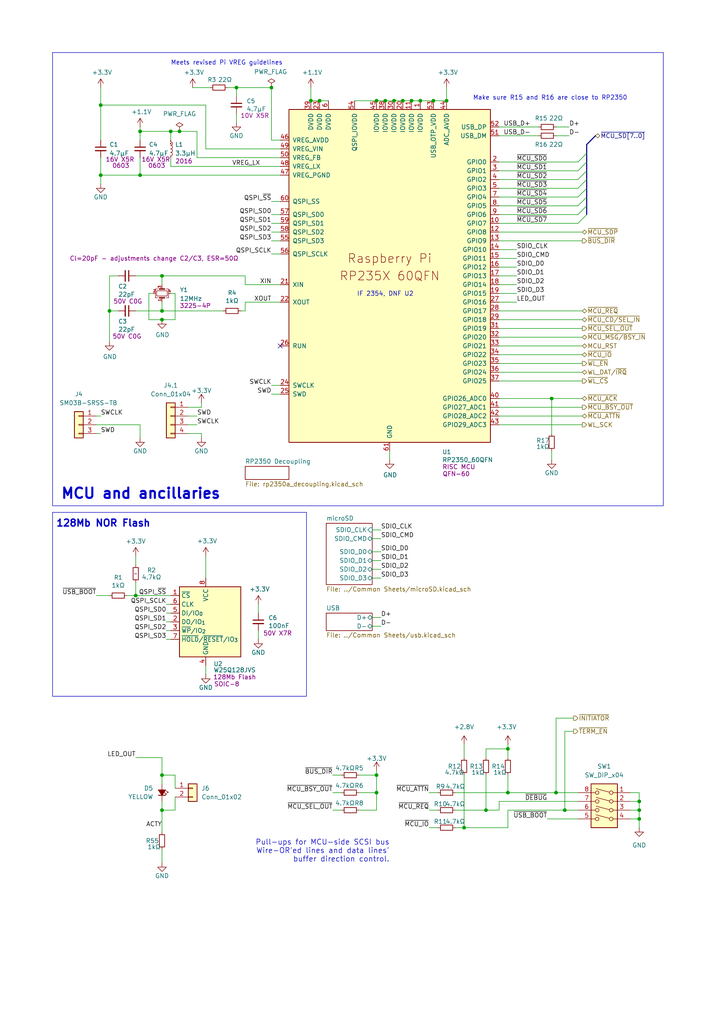
<source format=kicad_sch>
(kicad_sch (version 20250114) (generator "eeschema") (generator_version "9.0")
  (paper "A4" portrait)
  (title_block (title "GBSCSI2 Common Platform Core - RP235xA, Narrow") (date "2026-02-01") (rev "2.0") (comment 1 "Drawn by George R. M."))
  (lib_symbols
    (symbol "Connector_Generic:Conn_01x02" (pin_names (offset 1.016) (hide yes))
      (property "Reference" "J" (at 0 2.54 0))
      (property "Value" "Conn_01x02" (at 0 -5.08 0))
      (symbol "Conn_01x02_1_1"
        (pin passive line (at -5.08 0 0) (length 3.81) (name "Pin_1") (number "1"))
        (pin passive line (at -5.08 -2.54 0) (length 3.81) (name "Pin_2") (number "2"))
      )
    )
    (symbol "Connector_Generic:Conn_01x03" (pin_names (offset 1.016) (hide yes))
      (property "Reference" "J" (at 0 5.08 0))
      (property "Value" "Conn_01x03" (at 0 -5.08 0))
      (symbol "Conn_01x03_1_1"
        (pin passive line (at -5.08 2.54 0) (length 3.81) (name "Pin_1") (number "1"))
        (pin passive line (at -5.08 0 0) (length 3.81) (name "Pin_2") (number "2"))
        (pin passive line (at -5.08 -2.54 0) (length 3.81) (name "Pin_3") (number "3"))
      )
    )
    (symbol "Connector_Generic:Conn_01x04" (pin_names (offset 1.016) (hide yes))
      (property "Reference" "J" (at 0 5.08 0))
      (property "Value" "Conn_01x04" (at 0 -7.62 0))
      (symbol "Conn_01x04_1_1"
        (pin passive line (at -5.08 2.54 0) (length 3.81) (name "Pin_1") (number "1"))
        (pin passive line (at -5.08 0 0) (length 3.81) (name "Pin_2") (number "2"))
        (pin passive line (at -5.08 -2.54 0) (length 3.81) (name "Pin_3") (number "3"))
        (pin passive line (at -5.08 -5.08 0) (length 3.81) (name "Pin_4") (number "4"))
      )
    )
    (symbol "Device:C_Small" (pin_numbers (hide yes)) (pin_names (offset 0.254) (hide yes))
      (property "Reference" "C" (at 0.254 1.778 0))
      (property "Value" "C_Small" (at 0.254 -2.032 0))
      (symbol "C_Small_1_1"
        (pin passive line (at 0 2.54 270) (length 2.032) (name "~") (number "1"))
        (pin passive line (at 0 -2.54 90) (length 2.032) (name "~") (number "2"))
      )
    )
    (symbol "Device:Crystal_GND24_Small" (pin_names (offset 1.016) (hide yes))
      (property "Reference" "Y" (at 1.27 4.445 0))
      (property "Value" "Crystal_GND24_Small" (at 1.27 2.54 0))
      (symbol "Crystal_GND24_Small_1_1"
        (pin passive line (at -2.54 0 0) (length 1.27) (name "1") (number "1"))
        (pin passive line (at 0 2.54 270) (length 0.635) (name "4") (number "4"))
        (pin passive line (at 0 -2.54 90) (length 0.635) (name "2") (number "2"))
        (pin passive line (at 2.54 0 180) (length 1.27) (name "3") (number "3"))
      )
    )
    (symbol "Device:LED_Small_Filled" (pin_numbers (hide yes)) (pin_names (offset 0.254) (hide yes))
      (property "Reference" "D" (at -1.27 3.175 0))
      (property "Value" "LED_Small_Filled" (at -4.445 -2.54 0))
      (symbol "LED_Small_Filled_1_1"
        (pin passive line (at -2.54 0 0) (length 1.778) (name "K") (number "1"))
        (pin passive line (at 2.54 0 180) (length 1.778) (name "A") (number "2"))
      )
    )
    (symbol "Device:R_Small" (pin_numbers (hide yes)) (pin_names (offset 0.254) (hide yes))
      (property "Reference" "R" (at 0 0 90))
      (property "Value" "R_Small" (at 1.778 0 90))
      (symbol "R_Small_1_1"
        (pin passive line (at 0 2.54 270) (length 0.762) (name "~") (number "1"))
        (pin passive line (at 0 -2.54 90) (length 0.762) (name "~") (number "2"))
      )
    )
    (symbol "GBSCSI:L_Small_Polarized" (pin_numbers (hide yes)) (pin_names (offset 0.254) (hide yes))
      (property "Reference" "L" (at 1.27 1.2701 0))
      (symbol "L_Small_Polarized_1_1"
        (pin passive line (at 0 2.54 270) (length 0.508) (name "~") (number "1"))
        (pin passive line (at 0 -2.54 90) (length 0.508) (name "~") (number "2"))
      )
    )
    (symbol "GBSCSI:RP2350_60QFN" (pin_names (offset 1.016))
      (property "Reference" "U" (at 15.24 -51.054 0))
      (property "Value" "RP2350_60QFN" (at 15.24 -53.34 0))
      (property "Comment" "RISC MCU" (at 20.066 -55.372 0))
      (property "Case/Package" "QFN-60" (at 19.304 -57.404 0))
      (symbol "RP2350_60QFN_0_0"
        (text "Raspberry Pi" (at 0 5.08 0) (effects (font (size 2.54 2.54))))
      )
      (symbol "RP2350_60QFN_1_1"
        (text "RP235X 60QFN" (at 0 0 0) (effects (font (size 2.54 2.54))))
        (pin power_in line (at -31.75 39.37 0) (length 2.54) (name "VREG_AVDD") (number "46"))
        (pin power_in line (at -31.75 36.83 0) (length 2.54) (name "VREG_VIN") (number "49"))
        (pin input line (at -31.75 34.29 0) (length 2.54) (name "VREG_FB") (number "50"))
        (pin power_out line (at -31.75 31.75 0) (length 2.54) (name "VREG_LX") (number "48"))
        (pin power_in line (at -31.75 29.21 0) (length 2.54) (name "VREG_PGND") (number "47"))
        (pin bidirectional line (at -31.75 21.59 0) (length 2.54) (name "QSPI_SS") (number "60"))
        (pin bidirectional line (at -31.75 17.78 0) (length 2.54) (name "QSPI_SD0") (number "57"))
        (pin bidirectional line (at -31.75 15.24 0) (length 2.54) (name "QSPI_SD1") (number "59"))
        (pin bidirectional line (at -31.75 12.7 0) (length 2.54) (name "QSPI_SD2") (number "58"))
        (pin bidirectional line (at -31.75 10.16 0) (length 2.54) (name "QSPI_SD3") (number "55"))
        (pin output line (at -31.75 6.35 0) (length 2.54) (name "QSPI_SCLK") (number "56"))
        (pin input line (at -31.75 -2.54 0) (length 2.54) (name "XIN") (number "21"))
        (pin passive line (at -31.75 -7.62 0) (length 2.54) (name "XOUT") (number "22"))
        (pin input line (at -31.75 -20.32 0) (length 2.54) (name "RUN") (number "26"))
        (pin output line (at -31.75 -31.75 0) (length 2.54) (name "SWCLK") (number "24"))
        (pin bidirectional line (at -31.75 -34.29 0) (length 2.54) (name "SWD") (number "25"))
        (pin power_in line (at -22.86 50.8 270) (length 2.54) (name "DVDD") (number "39"))
        (pin power_in line (at -20.32 50.8 270) (length 2.54) (name "DVDD") (number "23"))
        (pin power_in line (at -17.78 50.8 270) (length 2.54) (name "DVDD") (number "6"))
        (pin power_in line (at -10.16 50.8 270) (length 2.54) (name "QSPI_IOVDD") (number "54"))
        (pin power_in line (at -3.81 50.8 270) (length 2.54) (name "IOVDD") (number "45"))
        (pin power_in line (at -1.27 50.8 270) (length 2.54) (name "IOVDD") (number "38"))
        (pin power_in line (at 0 -50.8 90) (length 2.54) (name "GND") (number "61"))
        (pin power_in line (at 1.27 50.8 270) (length 2.54) (name "IOVDD") (number "30"))
        (pin power_in line (at 3.81 50.8 270) (length 2.54) (name "IOVDD") (number "20"))
        (pin power_in line (at 6.35 50.8 270) (length 2.54) (name "IOVDD") (number "11"))
        (pin power_in line (at 8.89 50.8 270) (length 2.54) (name "IOVDD") (number "1"))
        (pin power_in line (at 12.7 50.8 270) (length 2.54) (name "USB_OTP_VDD") (number "53"))
        (pin power_in line (at 16.51 50.8 270) (length 2.54) (name "ADC_AVDD") (number "44"))
        (pin bidirectional line (at 31.75 43.18 180) (length 2.54) (name "USB_DP") (number "52"))
        (pin bidirectional line (at 31.75 40.64 180) (length 2.54) (name "USB_DM") (number "51"))
        (pin bidirectional line (at 31.75 33.02 180) (length 2.54) (name "GPIO0") (number "2"))
        (pin bidirectional line (at 31.75 30.48 180) (length 2.54) (name "GPIO1") (number "3"))
        (pin bidirectional line (at 31.75 27.94 180) (length 2.54) (name "GPIO2") (number "4"))
        (pin bidirectional line (at 31.75 25.4 180) (length 2.54) (name "GPIO3") (number "5"))
        (pin bidirectional line (at 31.75 22.86 180) (length 2.54) (name "GPIO4") (number "7"))
        (pin bidirectional line (at 31.75 20.32 180) (length 2.54) (name "GPIO5") (number "8"))
        (pin bidirectional line (at 31.75 17.78 180) (length 2.54) (name "GPIO6") (number "9"))
        (pin bidirectional line (at 31.75 15.24 180) (length 2.54) (name "GPIO7") (number "10"))
        (pin bidirectional line (at 31.75 12.7 180) (length 2.54) (name "GPIO8") (number "12"))
        (pin bidirectional line (at 31.75 10.16 180) (length 2.54) (name "GPIO9") (number "13"))
        (pin bidirectional line (at 31.75 7.62 180) (length 2.54) (name "GPIO10") (number "14"))
        (pin bidirectional line (at 31.75 5.08 180) (length 2.54) (name "GPIO11") (number "15"))
        (pin bidirectional line (at 31.75 2.54 180) (length 2.54) (name "GPIO12") (number "16"))
        (pin bidirectional line (at 31.75 0 180) (length 2.54) (name "GPIO13") (number "17"))
        (pin bidirectional line (at 31.75 -2.54 180) (length 2.54) (name "GPIO14") (number "18"))
        (pin bidirectional line (at 31.75 -5.08 180) (length 2.54) (name "GPIO15") (number "19"))
        (pin bidirectional line (at 31.75 -7.62 180) (length 2.54) (name "GPIO16") (number "27"))
        (pin bidirectional line (at 31.75 -10.16 180) (length 2.54) (name "GPIO17") (number "28"))
        (pin bidirectional line (at 31.75 -12.7 180) (length 2.54) (name "GPIO18") (number "29"))
        (pin bidirectional line (at 31.75 -15.24 180) (length 2.54) (name "GPIO19") (number "31"))
        (pin bidirectional line (at 31.75 -17.78 180) (length 2.54) (name "GPIO20") (number "32"))
        (pin bidirectional line (at 31.75 -20.32 180) (length 2.54) (name "GPIO21") (number "33"))
        (pin bidirectional line (at 31.75 -22.86 180) (length 2.54) (name "GPIO22") (number "34"))
        (pin bidirectional line (at 31.75 -25.4 180) (length 2.54) (name "GPIO23") (number "35"))
        (pin bidirectional line (at 31.75 -27.94 180) (length 2.54) (name "GPIO24") (number "36"))
        (pin bidirectional line (at 31.75 -30.48 180) (length 2.54) (name "GPIO25") (number "37"))
        (pin bidirectional line (at 31.75 -35.56 180) (length 2.54) (name "GPIO26_ADC0") (number "40"))
        (pin bidirectional line (at 31.75 -38.1 180) (length 2.54) (name "GPIO27_ADC1") (number "41"))
        (pin bidirectional line (at 31.75 -40.64 180) (length 2.54) (name "GPIO28_ADC2") (number "42"))
        (pin bidirectional line (at 31.75 -43.18 180) (length 2.54) (name "GPIO29_ADC3") (number "43"))
      )
    )
    (symbol "Memory_Flash:W25Q128JVS"
      (property "Reference" "U" (at -6.35 11.43 0))
      (property "Value" "W25Q128JVS" (at 7.62 11.43 0))
      (symbol "W25Q128JVS_1_1"
        (pin input line (at -10.16 7.62 0) (length 2.54) (name "~{CS}") (number "1"))
        (pin input line (at -10.16 5.08 0) (length 2.54) (name "CLK") (number "6"))
        (pin bidirectional line (at -10.16 2.54 0) (length 2.54) (name "DI/IO_{0}") (number "5"))
        (pin bidirectional line (at -10.16 0 0) (length 2.54) (name "DO/IO_{1}") (number "2"))
        (pin bidirectional line (at -10.16 -2.54 0) (length 2.54) (name "~{WP}/IO_{2}") (number "3"))
        (pin bidirectional line (at -10.16 -5.08 0) (length 2.54) (name "~{HOLD}/~{RESET}/IO_{3}") (number "7"))
        (pin power_in line (at 0 12.7 270) (length 2.54) (name "VCC") (number "8"))
        (pin power_in line (at 0 -12.7 90) (length 2.54) (name "GND") (number "4"))
      )
    )
    (symbol "Switch:SW_DIP_x04" (pin_names (offset 0) (hide yes))
      (property "Reference" "SW" (at 0 8.89 0))
      (property "Value" "SW_DIP_x04" (at 0 -6.35 0))
      (symbol "SW_DIP_x04_1_1"
        (pin passive line (at -7.62 5.08 0) (length 5.08) (name "~") (number "1"))
        (pin passive line (at -7.62 2.54 0) (length 5.08) (name "~") (number "2"))
        (pin passive line (at -7.62 0 0) (length 5.08) (name "~") (number "3"))
        (pin passive line (at -7.62 -2.54 0) (length 5.08) (name "~") (number "4"))
        (pin passive line (at 7.62 5.08 180) (length 5.08) (name "~") (number "8"))
        (pin passive line (at 7.62 2.54 180) (length 5.08) (name "~") (number "7"))
        (pin passive line (at 7.62 0 180) (length 5.08) (name "~") (number "6"))
        (pin passive line (at 7.62 -2.54 180) (length 5.08) (name "~") (number "5"))
      )
    )
    (symbol "power:+1V1" (power) (pin_names (offset 0))
      (property "Value" "+1V1" (at 0 3.556 0))
      (symbol "+1V1_1_1"
        (pin power_in line (at 0 0 90) (length 0) (hide yes) (name "+1V1") (number "1"))
      )
    )
    (symbol "power:+2V8" (power) (pin_names (offset 0))
      (property "Value" "+2V8" (at 0 3.556 0))
      (symbol "+2V8_1_1"
        (pin power_in line (at 0 0 90) (length 0) (hide yes) (name "+2V8") (number "1"))
      )
    )
    (symbol "power:+3.3V" (power) (pin_numbers (hide yes)) (pin_names (offset 0) (hide yes))
      (property "Value" "+3.3V" (at 0 3.556 0))
      (symbol "+3.3V_1_1"
        (pin power_in line (at 0 0 90) (length 0) (name "~") (number "1"))
      )
    )
    (symbol "power:+3V3" (power) (pin_names (offset 0))
      (property "Value" "+3V3" (at 0 3.556 0))
      (symbol "+3V3_1_1"
        (pin power_in line (at 0 0 90) (length 0) (hide yes) (name "+3V3") (number "1"))
      )
    )
    (symbol "power:GND" (power) (pin_numbers (hide yes)) (pin_names (offset 0) (hide yes))
      (property "Value" "GND" (at 0 -3.81 0))
      (symbol "GND_1_1"
        (pin power_in line (at 0 0 270) (length 0) (name "~") (number "1"))
      )
    )
    (symbol "power:PWR_FLAG" (power) (pin_numbers (hide yes)) (pin_names (offset 0) (hide yes))
      (property "Value" "PWR_FLAG" (at 0 3.81 0))
      (symbol "PWR_FLAG_0_0"
        (pin power_out line (at 0 0 90) (length 0) (name "~") (number "1"))
      )
    )
  )
  (rectangle (start 15.24 15.24) (end 192.405 146.685))
  (rectangle (start 15.24 148.59) (end 88.9 201.93))
  (text "128Mb NOR Flash" (at 29.972 151.892 0) (effects (font (size 2 2) (thickness 0.4) (bold yes))))
  (text "Pull-ups for MCU-side SCSI bus\nWire-OR'ed lines and data lines'\nbuffer direction control." (at 113.03 250.19 0) (effects (font (size 1.524 1.524)) (justify right bottom)))
  (text "IF 2354, DNF U2" (at 111.76 85.344 0) (effects (font (size 1.27 1.27))))
  (text "MCU and ancillaries" (at 17.526 145.034 0) (effects (font (size 3 3) (thickness 0.6) (bold yes)) (justify left bottom)))
  (text "Make sure R15 and R16 are close to RP2350" (at 137.16 29.21 0) (effects (font (size 1.27 1.27)) (justify left bottom)))
  (text "Meets revised Pi VREG guidelines" (at 49.53 19.05 0) (effects (font (size 1.27 1.27)) (justify left bottom)))
  (junction (at 134.62 240.03))
  (junction (at 46.99 90.17))
  (junction (at 52.07 38.1))
  (junction (at 125.73 29.21))
  (junction (at 92.71 29.21))
  (junction (at 111.76 29.21))
  (junction (at 163.83 234.95))
  (junction (at 29.21 50.8))
  (junction (at 46.99 92.71))
  (junction (at 49.53 38.1))
  (junction (at 46.99 224.79))
  (junction (at 185.42 234.95))
  (junction (at 160.02 115.57))
  (junction (at 46.99 234.95))
  (junction (at 129.54 29.21))
  (junction (at 78.74 25.4))
  (junction (at 185.42 237.49))
  (junction (at 39.37 172.72))
  (junction (at 116.84 29.21))
  (junction (at 119.38 29.21))
  (junction (at 147.32 229.87))
  (junction (at 90.17 29.21))
  (junction (at 46.99 80.01))
  (junction (at 109.22 224.79))
  (junction (at 114.3 29.21))
  (junction (at 40.64 38.1))
  (junction (at 40.64 50.8))
  (junction (at 161.29 229.87))
  (junction (at 147.32 217.17))
  (junction (at 121.92 29.21))
  (junction (at 109.22 29.21))
  (junction (at 29.21 30.48))
  (junction (at 68.58 25.4))
  (junction (at 109.22 229.87))
  (junction (at 31.75 90.17))
  (junction (at 140.97 234.95))
  (junction (at 185.42 232.41))
  (no_connect (at 81.28 100.33))
  (bus_entry (at 167.64 54.61) (size 2.54 -2.54))
  (bus_entry (at 167.64 49.53) (size 2.54 -2.54))
  (bus_entry (at 167.64 52.07) (size 2.54 -2.54))
  (bus_entry (at 167.64 64.77) (size 2.54 -2.54))
  (bus_entry (at 167.64 57.15) (size 2.54 -2.54))
  (bus_entry (at 167.64 59.69) (size 2.54 -2.54))
  (bus_entry (at 167.64 46.99) (size 2.54 -2.54))
  (bus_entry (at 167.64 62.23) (size 2.54 -2.54))
  (wire (pts (xy 147.32 229.87) (xy 161.29 229.87)))
  (wire (pts (xy 168.91 90.17) (xy 144.78 90.17)))
  (wire (pts (xy 90.17 25.4) (xy 90.17 29.21)))
  (wire (pts (xy 57.15 45.72) (xy 57.15 38.1)))
  (wire (pts (xy 144.78 49.53) (xy 167.64 49.53)))
  (wire (pts (xy 149.86 87.63) (xy 144.78 87.63)))
  (wire (pts (xy 147.32 217.17) (xy 140.97 217.17)))
  (wire (pts (xy 81.28 58.42) (xy 78.74 58.42)))
  (wire (pts (xy 144.78 54.61) (xy 167.64 54.61)))
  (wire (pts (xy 54.61 120.65) (xy 57.15 120.65)))
  (wire (pts (xy 140.97 234.95) (xy 144.78 234.95)))
  (wire (pts (xy 163.83 212.09) (xy 163.83 234.95)))
  (wire (pts (xy 168.91 67.31) (xy 144.78 67.31)))
  (wire (pts (xy 74.93 177.8) (xy 74.93 175.26)))
  (wire (pts (xy 36.83 172.72) (xy 39.37 172.72)))
  (wire (pts (xy 78.74 25.4) (xy 78.74 40.64)))
  (wire (pts (xy 144.78 46.99) (xy 167.64 46.99)))
  (wire (pts (xy 71.12 82.55) (xy 81.28 82.55)))
  (wire (pts (xy 110.49 162.56) (xy 107.95 162.56)))
  (wire (pts (xy 185.42 232.41) (xy 182.88 232.41)))
  (wire (pts (xy 168.91 102.87) (xy 144.78 102.87)))
  (wire (pts (xy 163.83 234.95) (xy 167.64 234.95)))
  (wire (pts (xy 46.99 246.38) (xy 46.99 250.19)))
  (wire (pts (xy 149.86 74.93) (xy 144.78 74.93)))
  (wire (pts (xy 104.14 234.95) (xy 109.22 234.95)))
  (bus (pts (xy 170.18 46.99) (xy 170.18 44.45)))
  (wire (pts (xy 140.97 224.79) (xy 140.97 234.95)))
  (wire (pts (xy 110.49 165.1) (xy 107.95 165.1)))
  (wire (pts (xy 54.61 125.73) (xy 58.42 125.73)))
  (wire (pts (xy 147.32 234.95) (xy 163.83 234.95)))
  (bus (pts (xy 170.18 41.91) (xy 172.72 39.37)))
  (wire (pts (xy 68.58 33.02) (xy 68.58 35.56)))
  (wire (pts (xy 58.42 125.73) (xy 58.42 127)))
  (wire (pts (xy 125.73 29.21) (xy 129.54 29.21)))
  (wire (pts (xy 134.62 224.79) (xy 134.62 240.03)))
  (wire (pts (xy 110.49 153.67) (xy 107.95 153.67)))
  (wire (pts (xy 144.78 36.83) (xy 156.21 36.83)))
  (wire (pts (xy 50.8 224.79) (xy 46.99 224.79)))
  (wire (pts (xy 147.32 229.87) (xy 132.08 229.87)))
  (wire (pts (xy 69.85 90.17) (xy 71.12 90.17)))
  (wire (pts (xy 39.37 219.71) (xy 46.99 219.71)))
  (wire (pts (xy 29.21 125.73) (xy 27.94 125.73)))
  (wire (pts (xy 49.53 45.72) (xy 49.53 48.26)))
  (wire (pts (xy 59.69 30.48) (xy 59.69 43.18)))
  (wire (pts (xy 40.64 38.1) (xy 49.53 38.1)))
  (wire (pts (xy 147.32 224.79) (xy 147.32 229.87)))
  (wire (pts (xy 144.78 57.15) (xy 167.64 57.15)))
  (wire (pts (xy 29.21 30.48) (xy 29.21 40.64)))
  (wire (pts (xy 40.64 50.8) (xy 81.28 50.8)))
  (wire (pts (xy 96.52 234.95) (xy 99.06 234.95)))
  (wire (pts (xy 49.53 48.26) (xy 81.28 48.26)))
  (wire (pts (xy 71.12 80.01) (xy 71.12 82.55)))
  (wire (pts (xy 66.04 25.4) (xy 68.58 25.4)))
  (wire (pts (xy 50.8 234.95) (xy 46.99 234.95)))
  (wire (pts (xy 50.8 234.95) (xy 50.8 231.14)))
  (wire (pts (xy 149.86 77.47) (xy 144.78 77.47)))
  (wire (pts (xy 27.94 172.72) (xy 31.75 172.72)))
  (wire (pts (xy 185.42 234.95) (xy 185.42 237.49)))
  (wire (pts (xy 110.49 160.02) (xy 107.95 160.02)))
  (wire (pts (xy 34.29 90.17) (xy 31.75 90.17)))
  (wire (pts (xy 144.78 59.69) (xy 167.64 59.69)))
  (wire (pts (xy 68.58 25.4) (xy 68.58 27.94)))
  (wire (pts (xy 114.3 29.21) (xy 116.84 29.21)))
  (wire (pts (xy 149.86 80.01) (xy 144.78 80.01)))
  (wire (pts (xy 161.29 39.37) (xy 165.1 39.37)))
  (bus (pts (xy 170.18 59.69) (xy 170.18 57.15)))
  (wire (pts (xy 39.37 161.29) (xy 39.37 163.83)))
  (wire (pts (xy 110.49 179.07) (xy 107.95 179.07)))
  (wire (pts (xy 168.91 92.71) (xy 144.78 92.71)))
  (wire (pts (xy 168.91 97.79) (xy 144.78 97.79)))
  (wire (pts (xy 109.22 29.21) (xy 111.76 29.21)))
  (wire (pts (xy 144.78 64.77) (xy 167.64 64.77)))
  (wire (pts (xy 48.26 175.26) (xy 49.53 175.26)))
  (wire (pts (xy 46.99 87.63) (xy 46.99 90.17)))
  (wire (pts (xy 111.76 29.21) (xy 114.3 29.21)))
  (wire (pts (xy 46.99 234.95) (xy 46.99 241.3)))
  (wire (pts (xy 124.46 234.95) (xy 127 234.95)))
  (wire (pts (xy 119.38 29.21) (xy 121.92 29.21)))
  (bus (pts (xy 170.18 52.07) (xy 170.18 49.53)))
  (wire (pts (xy 43.18 85.09) (xy 44.45 85.09)))
  (wire (pts (xy 140.97 234.95) (xy 132.08 234.95)))
  (wire (pts (xy 39.37 80.01) (xy 46.99 80.01)))
  (wire (pts (xy 46.99 92.71) (xy 43.18 92.71)))
  (wire (pts (xy 168.91 123.19) (xy 144.78 123.19)))
  (wire (pts (xy 71.12 87.63) (xy 71.12 90.17)))
  (wire (pts (xy 46.99 219.71) (xy 46.99 224.79)))
  (wire (pts (xy 160.02 115.57) (xy 168.91 115.57)))
  (wire (pts (xy 185.42 237.49) (xy 185.42 240.03)))
  (wire (pts (xy 161.29 208.28) (xy 161.29 229.87)))
  (wire (pts (xy 81.28 111.76) (xy 78.74 111.76)))
  (wire (pts (xy 46.99 232.41) (xy 46.99 234.95)))
  (wire (pts (xy 49.53 177.8) (xy 48.26 177.8)))
  (wire (pts (xy 78.74 69.85) (xy 81.28 69.85)))
  (wire (pts (xy 134.62 240.03) (xy 147.32 240.03)))
  (wire (pts (xy 104.14 224.79) (xy 109.22 224.79)))
  (wire (pts (xy 50.8 228.6) (xy 50.8 224.79)))
  (wire (pts (xy 59.69 43.18) (xy 81.28 43.18)))
  (wire (pts (xy 185.42 229.87) (xy 185.42 232.41)))
  (wire (pts (xy 50.8 85.09) (xy 50.8 92.71)))
  (wire (pts (xy 99.06 224.79) (xy 96.52 224.79)))
  (wire (pts (xy 147.32 217.17) (xy 147.32 219.71)))
  (wire (pts (xy 109.22 234.95) (xy 109.22 229.87)))
  (wire (pts (xy 39.37 172.72) (xy 49.53 172.72)))
  (wire (pts (xy 49.53 38.1) (xy 49.53 40.64)))
  (wire (pts (xy 132.08 240.03) (xy 134.62 240.03)))
  (wire (pts (xy 182.88 229.87) (xy 185.42 229.87)))
  (wire (pts (xy 113.03 130.81) (xy 113.03 133.35)))
  (wire (pts (xy 50.8 92.71) (xy 46.99 92.71)))
  (wire (pts (xy 29.21 50.8) (xy 29.21 53.34)))
  (wire (pts (xy 54.61 123.19) (xy 57.15 123.19)))
  (wire (pts (xy 78.74 64.77) (xy 81.28 64.77)))
  (wire (pts (xy 29.21 120.65) (xy 27.94 120.65)))
  (wire (pts (xy 34.29 80.01) (xy 31.75 80.01)))
  (wire (pts (xy 127 240.03) (xy 124.46 240.03)))
  (wire (pts (xy 124.46 229.87) (xy 127 229.87)))
  (wire (pts (xy 134.62 215.9) (xy 134.62 219.71)))
  (wire (pts (xy 52.07 38.1) (xy 57.15 38.1)))
  (wire (pts (xy 39.37 90.17) (xy 46.99 90.17)))
  (wire (pts (xy 31.75 90.17) (xy 31.75 99.06)))
  (wire (pts (xy 68.58 25.4) (xy 78.74 25.4)))
  (wire (pts (xy 43.18 92.71) (xy 43.18 85.09)))
  (wire (pts (xy 99.06 229.87) (xy 96.52 229.87)))
  (bus (pts (xy 170.18 62.23) (xy 170.18 59.69)))
  (wire (pts (xy 46.99 224.79) (xy 46.99 227.33)))
  (wire (pts (xy 144.78 232.41) (xy 144.78 234.95)))
  (bus (pts (xy 170.18 57.15) (xy 170.18 54.61)))
  (wire (pts (xy 110.49 156.21) (xy 107.95 156.21)))
  (wire (pts (xy 49.53 185.42) (xy 48.26 185.42)))
  (wire (pts (xy 144.78 52.07) (xy 167.64 52.07)))
  (wire (pts (xy 104.14 229.87) (xy 109.22 229.87)))
  (wire (pts (xy 185.42 232.41) (xy 185.42 234.95)))
  (wire (pts (xy 121.92 29.21) (xy 125.73 29.21)))
  (wire (pts (xy 147.32 240.03) (xy 147.32 234.95)))
  (wire (pts (xy 160.02 125.73) (xy 160.02 115.57)))
  (wire (pts (xy 144.78 62.23) (xy 167.64 62.23)))
  (wire (pts (xy 59.69 161.29) (xy 59.69 167.64)))
  (wire (pts (xy 49.53 85.09) (xy 50.8 85.09)))
  (wire (pts (xy 144.78 232.41) (xy 167.64 232.41)))
  (wire (pts (xy 185.42 234.95) (xy 182.88 234.95)))
  (wire (pts (xy 29.21 25.4) (xy 29.21 30.48)))
  (wire (pts (xy 81.28 45.72) (xy 57.15 45.72)))
  (wire (pts (xy 110.49 181.61) (xy 107.95 181.61)))
  (wire (pts (xy 168.91 95.25) (xy 144.78 95.25)))
  (wire (pts (xy 49.53 180.34) (xy 48.26 180.34)))
  (wire (pts (xy 168.91 100.33) (xy 144.78 100.33)))
  (wire (pts (xy 46.99 80.01) (xy 71.12 80.01)))
  (wire (pts (xy 29.21 50.8) (xy 40.64 50.8)))
  (wire (pts (xy 40.64 123.19) (xy 40.64 127)))
  (wire (pts (xy 129.54 25.4) (xy 129.54 29.21)))
  (wire (pts (xy 140.97 219.71) (xy 140.97 217.17)))
  (wire (pts (xy 46.99 80.01) (xy 46.99 82.55)))
  (wire (pts (xy 102.87 29.21) (xy 109.22 29.21)))
  (wire (pts (xy 185.42 237.49) (xy 182.88 237.49)))
  (wire (pts (xy 149.86 85.09) (xy 144.78 85.09)))
  (wire (pts (xy 78.74 40.64) (xy 81.28 40.64)))
  (wire (pts (xy 168.91 110.49) (xy 144.78 110.49)))
  (wire (pts (xy 74.93 182.88) (xy 74.93 185.42)))
  (wire (pts (xy 54.61 118.11) (xy 58.42 118.11)))
  (wire (pts (xy 163.83 212.09) (xy 166.37 212.09)))
  (wire (pts (xy 29.21 30.48) (xy 59.69 30.48)))
  (wire (pts (xy 59.69 195.58) (xy 59.69 193.04)))
  (wire (pts (xy 161.29 36.83) (xy 165.1 36.83)))
  (wire (pts (xy 168.91 69.85) (xy 144.78 69.85)))
  (wire (pts (xy 144.78 39.37) (xy 156.21 39.37)))
  (wire (pts (xy 168.91 107.95) (xy 144.78 107.95)))
  (wire (pts (xy 109.22 224.79) (xy 109.22 223.52)))
  (wire (pts (xy 29.21 45.72) (xy 29.21 50.8)))
  (wire (pts (xy 168.91 105.41) (xy 144.78 105.41)))
  (wire (pts (xy 78.74 67.31) (xy 81.28 67.31)))
  (wire (pts (xy 55.88 25.4) (xy 60.96 25.4)))
  (bus (pts (xy 170.18 44.45) (xy 170.18 41.91)))
  (wire (pts (xy 71.12 87.63) (xy 81.28 87.63)))
  (wire (pts (xy 46.99 90.17) (xy 64.77 90.17)))
  (wire (pts (xy 161.29 208.28) (xy 166.37 208.28)))
  (wire (pts (xy 149.86 82.55) (xy 144.78 82.55)))
  (wire (pts (xy 109.22 229.87) (xy 109.22 224.79)))
  (wire (pts (xy 31.75 80.01) (xy 31.75 90.17)))
  (wire (pts (xy 149.86 72.39) (xy 144.78 72.39)))
  (wire (pts (xy 40.64 45.72) (xy 40.64 50.8)))
  (bus (pts (xy 170.18 49.53) (xy 170.18 46.99)))
  (wire (pts (xy 167.64 237.49) (xy 158.75 237.49)))
  (wire (pts (xy 40.64 36.83) (xy 40.64 38.1)))
  (wire (pts (xy 147.32 215.9) (xy 147.32 217.17)))
  (wire (pts (xy 144.78 115.57) (xy 160.02 115.57)))
  (wire (pts (xy 168.91 118.11) (xy 144.78 118.11)))
  (wire (pts (xy 27.94 123.19) (xy 40.64 123.19)))
  (wire (pts (xy 110.49 167.64) (xy 107.95 167.64)))
  (wire (pts (xy 81.28 73.66) (xy 78.74 73.66)))
  (wire (pts (xy 90.17 29.21) (xy 92.71 29.21)))
  (wire (pts (xy 161.29 229.87) (xy 167.64 229.87)))
  (wire (pts (xy 116.84 29.21) (xy 119.38 29.21)))
  (wire (pts (xy 92.71 29.21) (xy 95.25 29.21)))
  (wire (pts (xy 39.37 168.91) (xy 39.37 172.72)))
  (wire (pts (xy 49.53 182.88) (xy 48.26 182.88)))
  (wire (pts (xy 81.28 114.3) (xy 78.74 114.3)))
  (wire (pts (xy 160.02 130.81) (xy 160.02 133.35)))
  (wire (pts (xy 40.64 38.1) (xy 40.64 40.64)))
  (wire (pts (xy 78.74 62.23) (xy 81.28 62.23)))
  (wire (pts (xy 168.91 120.65) (xy 144.78 120.65)))
  (bus (pts (xy 170.18 54.61) (xy 170.18 52.07)))
  (wire (pts (xy 49.53 38.1) (xy 52.07 38.1)))
  (wire (pts (xy 58.42 118.11) (xy 58.42 116.84)))
  (label "ACTY" (at 46.99 240.03 180))
  (label "QSPI_SCLK" (at 48.26 175.26 180))
  (label "LED_OUT" (at 149.86 87.63 0))
  (label "SDIO_D2" (at 110.49 165.1 0))
  (label "SWD" (at 78.74 114.3 180))
  (label "SDIO_CMD" (at 149.86 74.93 0))
  (label "QSPI_SD1" (at 48.26 180.34 180))
  (label "~{USB_BOOT}" (at 27.94 172.72 180))
  (label "SDIO_D0" (at 110.49 160.02 0))
  (label "~{MCU_SD2}" (at 158.75 52.07 180))
  (label "~{DEBUG}" (at 158.75 232.41 180))
  (label "XIN" (at 78.74 82.55 180))
  (label "~{MCU_SD7}" (at 158.75 64.77 180))
  (label "~{MCU_SD0}" (at 158.75 46.99 180))
  (label "SDIO_CLK" (at 149.86 72.39 0))
  (label "~{MCU_IO}" (at 124.46 240.03 180))
  (label "~{MCU_SEL_OUT}" (at 96.52 234.95 180))
  (label "SWCLK" (at 29.21 120.65 0))
  (label "SDIO_D3" (at 149.86 85.09 0))
  (label "QSPI_SCLK" (at 78.74 73.66 180))
  (label "D+" (at 110.49 179.07 0))
  (label "QSPI_SD1" (at 78.74 64.77 180))
  (label "D-" (at 110.49 181.61 0))
  (label "QSPI_SD3" (at 78.74 69.85 180))
  (label "SDIO_D1" (at 110.49 162.56 0))
  (label "~{MCU_SD1}" (at 158.75 49.53 180))
  (label "SDIO_D3" (at 110.49 167.64 0))
  (label "QSPI_~{SS}" (at 78.74 58.42 180))
  (label "VREG_LX" (at 67.31 48.26 0))
  (label "QSPI_SD2" (at 78.74 67.31 180))
  (label "QSPI_SD0" (at 78.74 62.23 180))
  (label "~{MCU_SD3}" (at 158.75 54.61 180))
  (label "~{USB_BOOT}" (at 158.75 237.49 180))
  (label "SWCLK" (at 57.15 123.19 0))
  (label "~{MCU_SD6}" (at 158.75 62.23 180))
  (label "~{MCU_REQ}" (at 124.46 234.95 180))
  (label "SWD" (at 29.21 125.73 0))
  (label "QSPI_SD2" (at 48.26 182.88 180))
  (label "D+" (at 165.1 36.83 0))
  (label "SDIO_CLK" (at 110.49 153.67 0))
  (label "QSPI_SD3" (at 48.26 185.42 180))
  (label "XOUT" (at 78.74 87.63 180))
  (label "~{MCU_SD5}" (at 158.75 59.69 180))
  (label "SDIO_CMD" (at 110.49 156.21 0))
  (label "~{BUS_DIR}" (at 96.52 224.79 180))
  (label "LED_OUT" (at 39.37 219.71 180))
  (label "USB_D-" (at 146.05 39.37 0))
  (label "D-" (at 165.1 39.37 0))
  (label "~{MCU_SD4}" (at 158.75 57.15 180))
  (label "USB_D+" (at 146.05 36.83 0))
  (label "SWCLK" (at 78.74 111.76 180))
  (label "SDIO_D1" (at 149.86 80.01 0))
  (label "QSPI_~{SS}" (at 48.26 172.72 180))
  (label "SDIO_D2" (at 149.86 82.55 0))
  (label "QSPI_SD0" (at 48.26 177.8 180))
  (label "~{MCU_ATTN}" (at 124.46 229.87 180))
  (label "~{MCU_BSY_OUT}" (at 96.52 229.87 180))
  (label "SDIO_D0" (at 149.86 77.47 0))
  (label "SWD" (at 57.15 120.65 0))
  (hierarchical_label "~{MCU_ATTN}" (shape bidirectional) (at 168.91 120.65 0))
  (hierarchical_label "~{MCU_REQ}" (shape bidirectional) (at 168.91 90.17 0))
  (hierarchical_label "~{MCU_ACK}" (shape bidirectional) (at 168.91 115.57 0))
  (hierarchical_label "~{BUS_DIR}" (shape output) (at 168.91 69.85 0))
  (hierarchical_label "~{MCU_MSG{slash}BSY_IN}" (shape bidirectional) (at 168.91 97.79 0))
  (hierarchical_label "~{WL_EN}" (shape output) (at 168.91 105.41 0))
  (hierarchical_label "~{MCU_IO}" (shape bidirectional) (at 168.91 102.87 0))
  (hierarchical_label "WL_SCK" (shape output) (at 168.91 123.19 0))
  (hierarchical_label "WL_DAT{slash}~{IRQ}" (shape bidirectional) (at 168.91 107.95 0))
  (hierarchical_label "~{MCU_SDP}" (shape bidirectional) (at 168.91 67.31 0))
  (hierarchical_label "~{TERM_EN}" (shape output) (at 166.37 212.09 0))
  (hierarchical_label "MCU_RST" (shape bidirectional) (at 168.91 100.33 0))
  (hierarchical_label "~{MCU_CD{slash}SEL_IN}" (shape bidirectional) (at 168.91 92.71 0))
  (hierarchical_label "~{MCU_SD[7..0]}" (shape bidirectional) (at 172.72 39.37 0))
  (hierarchical_label "~{MCU_BSY_OUT}" (shape output) (at 168.91 118.11 0))
  (hierarchical_label "~{INITIATOR}" (shape output) (at 166.37 208.28 0))
  (hierarchical_label "~{MCU_SEL_OUT}" (shape output) (at 168.91 95.25 0))
  (hierarchical_label "~{WL_CS}" (shape output) (at 168.91 110.49 0))
  (symbol (lib_id "Device:LED_Small_Filled") (at 46.99 229.87 270) (mirror x) (unit 1)
    (property "Reference" "D5" (at 44.45 228.6 90) (effects (justify right)))
    (property "Value" "YELLOW" (at 44.45 231.0765 90) (effects (justify right)))
    (property "Footprint" "LED_SMD:LED_0603_1608Metric" (effects (hide yes)))
    (property "LCSC" "C72038" (effects (hide yes)))
    (property "Sim.Pins" "1=K 2=A" (effects (hide yes)))
  )
  (symbol (lib_id "power:GND") (at 59.69 195.58 0) (unit 1)
    (property "Reference" "#PWR012" (effects (hide yes)))
    (property "Value" "GND" (at 59.69 199.39 0))
  )
  (symbol (lib_id "Device:R_Small") (at 67.31 90.17 270) (unit 1)
    (property "Reference" "R4" (at 67.31 84.9122 90) (effects (font (size 1.2 1.2))))
    (property "Value" "1kΩ" (at 67.31 87.2236 90))
    (property "Footprint" "Resistor_SMD:R_0402_1005Metric" (effects (hide yes)))
    (property "LCSC" "C11702" (effects (hide yes)))
    (property "Preferred MPN" "0402WGF1001TCE" (effects (hide yes)))
    (property "Alternate Part Number" "RC0402FR-0710KL" (effects (hide yes)))
    (property "Case/Package" "0402" (effects (hide yes)))
    (property "Dimensions" "1.0x0.5mm" (effects (hide yes)))
  )
  (symbol (lib_id "Device:C_Small") (at 40.64 43.18 0) (unit 1)
    (property "Reference" "C4" (at 43.18 41.9162 0) (effects (font (size 1.2 1.2)) (justify left)))
    (property "Value" "4.7μF" (at 43.18 44.4562 0) (effects (justify left)))
    (property "Footprint" "Capacitor_SMD:C_0603_1608Metric" (effects (hide yes)))
    (property "LCSC" "C19666" (effects (hide yes)))
    (property "Preferred MPN" "CL10A475KO8NNNC" (effects (hide yes)))
    (property "Alternate Part Number" "CL10A475KA8NQNC" (effects (hide yes)))
    (property "Nominal Preferred Characteristics" "16V X5R" (at 45.212 46.228 0))
    (property "Case/Package" "0603" (at 45.466 48.006 0))
    (property "Dimensions" "1.6x0.8mm" (effects (hide yes)))
  )
  (symbol (lib_id "Device:R_Small") (at 129.54 234.95 270) (mirror x) (unit 1)
    (property "Reference" "R10" (at 127.762 233.172 90))
    (property "Value" "4.7kΩ" (at 132.08 233.172 90))
    (property "Footprint" "Resistor_SMD:R_0603_1608Metric" (effects (hide yes)))
    (property "LCSC" "C23162" (effects (hide yes)))
    (property "LCSC Part #" "C23162" (effects (hide yes)))
  )
  (symbol (lib_id "Connector_Generic:Conn_01x03") (at 22.86 123.19 0) (mirror y) (unit 1)
    (property "Reference" "J4" (at 22.86 114.3 0) (effects (font (size 1.2 1.2))))
    (property "Value" "SM03B-SRSS-TB" (at 25.654 116.84 0))
    (property "Footprint" "Connector_JST:JST_SH_SM03B-SRSS-TB_1x03-1MP_P1.00mm_Horizontal" (effects (hide yes)))
    (property "Description" "JST SH Connector, Right Angle, 1mm pitch, 3 pins" (effects (hide yes)))
    (property "Preferred MPN" "SM03B-SRSS-TB" (effects (hide yes)))
    (property "Alternate Part Number" "HC-1.0-3PWT" (effects (hide yes)))
    (property "Comment" "RP2350 Debug Connector" (effects (hide yes)))
    (property "LCSC" "C160403" (effects (hide yes)))
    (property "Case/Package" "JST-PH-3-H" (effects (hide yes)))
  )
  (symbol (lib_id "Device:C_Small") (at 36.83 90.17 270) (unit 1)
    (property "Reference" "C3" (at 34.29 93.218 90) (effects (font (size 1.2 1.2)) (justify left)))
    (property "Value" "22pF" (at 34.29 95.5294 90) (effects (justify left)))
    (property "Footprint" "Capacitor_SMD:C_0402_1005Metric" (effects (hide yes)))
    (property "LCSC" "C1555" (effects (hide yes)))
    (property "Preferred MPN" "0402CG220J500NT" (effects (hide yes)))
    (property "Alternate Part Number" "CL05C220JB5NNNC" (effects (hide yes)))
    (property "Nominal Preferred Characteristics" "50V C0G" (at 36.83 97.536 90))
    (property "Case/Package" "0402" (effects (hide yes)))
    (property "Dimensions" "1.0x0.5mm" (effects (hide yes)))
  )
  (symbol (lib_id "power:+3.3V") (at 147.32 215.9 0) (mirror y) (unit 1)
    (property "Reference" "#PWR021" (effects (hide yes)))
    (property "Value" "+3.3V" (at 149.86 210.82 0) (effects (justify left)))
    (property "Description" "Power symbol creates a global label with name \"+3.3V\"" (effects (hide yes)))
  )
  (symbol (lib_id "power:GND") (at 113.03 133.35 0) (unit 1)
    (property "Reference" "#PWR018" (effects (hide yes)))
    (property "Value" "GND" (at 113.157 137.7442 0))
  )
  (symbol (lib_id "power:+1V1") (at 90.17 25.4 0) (unit 1)
    (property "Reference" "#PWR016" (effects (hide yes)))
    (property "Value" "+1.1V" (at 90.551 21.0058 0))
  )
  (symbol (lib_id "power:GND") (at 160.02 133.35 0) (unit 1)
    (property "Reference" "#PWR023" (effects (hide yes)))
    (property "Value" "GND" (at 160.02 137.16 0))
  )
  (symbol (lib_id "Device:R_Small") (at 101.6 229.87 270) (unit 1)
    (property "Reference" "R6" (at 104.14 227.838 90))
    (property "Value" "4.7kΩ" (at 100.076 227.838 90))
    (property "Footprint" "Resistor_SMD:R_0603_1608Metric" (effects (hide yes)))
    (property "LCSC" "C23162" (effects (hide yes)))
    (property "LCSC Part #" "C23162" (effects (hide yes)))
  )
  (symbol (lib_id "Device:R_Small") (at 46.99 243.84 0) (mirror y) (unit 1)
    (property "Reference" "R55" (at 44.196 243.84 0))
    (property "Value" "1kΩ" (at 44.704 245.618 0))
    (property "Footprint" "Resistor_SMD:R_0603_1608Metric" (effects (hide yes)))
    (property "LCSC" "C21190" (effects (hide yes)))
    (property "LCSC Part #" "C21190" (effects (hide yes)))
  )
  (symbol (lib_id "power:GND") (at 40.64 127 0) (unit 1)
    (property "Reference" "#PWR06" (effects (hide yes)))
    (property "Value" "GND" (at 40.64 130.81 0))
  )
  (symbol (lib_id "power:+1V1") (at 40.64 36.83 0) (unit 1)
    (property "Reference" "#PWR05" (effects (hide yes)))
    (property "Value" "+1.1V" (at 41.021 32.4358 0))
  )
  (symbol (lib_id "power:GND") (at 29.21 53.34 0) (mirror y) (unit 1)
    (property "Reference" "#PWR02" (effects (hide yes)))
    (property "Value" "GND" (at 29.21 57.15 0))
  )
  (symbol (lib_id "power:+3V3") (at 59.69 161.29 0) (unit 1)
    (property "Reference" "#PWR011" (effects (hide yes)))
    (property "Value" "+3.3V" (at 60.071 156.8958 0))
  )
  (symbol (lib_id "Device:R_Small") (at 129.54 229.87 270) (mirror x) (unit 1)
    (property "Reference" "R9" (at 127.762 228.092 90))
    (property "Value" "4.7kΩ" (at 132.08 228.092 90))
    (property "Footprint" "Resistor_SMD:R_0603_1608Metric" (effects (hide yes)))
    (property "LCSC" "C23162" (effects (hide yes)))
    (property "LCSC Part #" "C23162" (effects (hide yes)))
  )
  (symbol (lib_id "Device:C_Small") (at 29.21 43.18 0) (unit 1)
    (property "Reference" "C1" (at 31.75 41.9162 0) (effects (font (size 1.2 1.2)) (justify left)))
    (property "Value" "4.7μF" (at 31.75 44.4562 0) (effects (justify left)))
    (property "Footprint" "Capacitor_SMD:C_0603_1608Metric" (effects (hide yes)))
    (property "LCSC" "C19666" (effects (hide yes)))
    (property "Preferred MPN" "CL10A475KO8NNNC" (effects (hide yes)))
    (property "Alternate Part Number" "CL10A475KA8NQNC" (effects (hide yes)))
    (property "Nominal Preferred Characteristics" "16V X5R" (at 34.798 46.228 0))
    (property "Case/Package" "0603" (at 35.052 48.006 0))
    (property "Dimensions" "1.6x0.8mm" (effects (hide yes)))
  )
  (symbol (lib_id "power:+3V3") (at 74.93 175.26 0) (unit 1)
    (property "Reference" "#PWR014" (effects (hide yes)))
    (property "Value" "+3.3V" (at 75.311 170.8658 0))
  )
  (symbol (lib_id "Device:C_Small") (at 68.58 30.48 0) (unit 1)
    (property "Reference" "C5" (at 71.501 29.3116 0) (effects (font (size 1.2 1.2)) (justify left)))
    (property "Value" "4.7μF" (at 71.501 31.623 0) (effects (justify left)))
    (property "Footprint" "Capacitor_SMD:C_0402_1005Metric" (effects (hide yes)))
    (property "LCSC" "C23733" (effects (hide yes)))
    (property "Preferred MPN" "CL05A475MP5NRNC" (effects (hide yes)))
    (property "Alternate Part Number" "GRM155R61E475ME15D" (effects (hide yes)))
    (property "Nominal Preferred Characteristics" "10V X5R" (at 73.914 33.528 0))
    (property "Case/Package" "0402" (effects (hide yes)))
    (property "Dimensions" "1.0x0.5mm" (effects (hide yes)))
  )
  (symbol (lib_id "Device:C_Small") (at 74.93 180.34 0) (unit 1)
    (property "Reference" "C6" (at 77.851 179.1716 0) (effects (font (size 1.2 1.2)) (justify left)))
    (property "Value" "100nF" (at 77.851 181.483 0) (effects (justify left)))
    (property "Footprint" "Capacitor_SMD:C_0402_1005Metric" (effects (hide yes)))
    (property "LCSC" "C307331" (effects (hide yes)))
    (property "Preferred MPN" "CL05B104KB54PNC" (effects (hide yes)))
    (property "Alternate Part Number" "GRM155R71H104KE14D" (effects (hide yes)))
    (property "Nominal Preferred Characteristics" "50V X7R" (at 80.518 183.642 0))
    (property "Case/Package" "0402" (effects (hide yes)))
    (property "Dimensions" "1.0x0.5mm" (effects (hide yes)))
  )
  (symbol (lib_id "power:+3.3V") (at 109.22 223.52 0) (mirror y) (unit 1)
    (property "Reference" "#PWR017" (effects (hide yes)))
    (property "Value" "+3.3V" (at 109.22 219.964 0))
    (property "Description" "Power symbol creates a global label with name \"+3.3V\"" (effects (hide yes)))
  )
  (symbol (lib_id "Device:R_Small") (at 140.97 222.25 0) (mirror y) (unit 1)
    (property "Reference" "R13" (at 138.176 222.25 0))
    (property "Value" "1kΩ" (at 138.684 224.028 0))
    (property "Footprint" "Resistor_SMD:R_0603_1608Metric" (effects (hide yes)))
    (property "LCSC" "C21190" (effects (hide yes)))
    (property "LCSC Part #" "C21190" (effects (hide yes)))
  )
  (symbol (lib_id "Connector_Generic:Conn_01x04") (at 49.53 120.65 0) (mirror y) (unit 1)
    (property "Reference" "J4.1" (at 49.53 111.76 0))
    (property "Value" "Conn_01x04" (at 49.53 114.3 0))
    (property "Footprint" "Connector_PinHeader_2.54mm:PinHeader_1x04_P2.54mm_Vertical" (effects (hide yes)))
    (property "LCSC" "N/A" (effects (hide yes)))
    (property "LCSC Part #" "N/A" (effects (hide yes)))
  )
  (symbol (lib_id "power:GND") (at 74.93 185.42 0) (unit 1)
    (property "Reference" "#PWR015" (effects (hide yes)))
    (property "Value" "GND" (at 74.93 189.23 0))
  )
  (symbol (lib_id "power:+3V3") (at 55.88 25.4 0) (unit 1)
    (property "Reference" "#PWR08" (effects (hide yes)))
    (property "Value" "+3.3V" (at 56.261 21.0058 0))
  )
  (symbol (lib_id "power:GND") (at 46.99 250.19 0) (unit 1)
    (property "Reference" "#PWR022" (effects (hide yes)))
    (property "Value" "GND" (at 46.99 254 0))
  )
  (symbol (lib_id "power:GND") (at 31.75 99.06 0) (unit 1)
    (property "Reference" "#PWR03" (effects (hide yes)))
    (property "Value" "GND" (at 31.877 103.4542 0))
  )
  (symbol (lib_id "power:GND") (at 68.58 35.56 0) (unit 1)
    (property "Reference" "#PWR013" (effects (hide yes)))
    (property "Value" "GND" (at 68.58 39.37 0))
  )
  (symbol (lib_id "Device:R_Small") (at 160.02 128.27 0) (mirror y) (unit 1)
    (property "Reference" "R17" (at 157.48 127.762 0))
    (property "Value" "1kΩ" (at 157.48 129.54 0))
    (property "Footprint" "Resistor_SMD:R_0603_1608Metric" (effects (hide yes)))
    (property "LCSC" "C21190" (effects (hide yes)))
    (property "LCSC Part #" "C21190" (effects (hide yes)))
  )
  (symbol (lib_id "Memory_Flash:W25Q128JVS") (at 59.69 180.34 0) (unit 1)
    (property "Reference" "U2" (at 63.246 192.532 0) (effects (font (size 1.2 1.2))))
    (property "Value" "W25Q128JVS" (at 68.072 194.31 0))
    (property "Footprint" "Package_SO:SOIC-8_5.23x5.23mm_P1.27mm" (effects (hide yes)))
    (property "Datasheet" "http://www.winbond.com/resource-files/w25q128jv_dtr%20revc%2003272018%20plus.pdf" (effects (hide yes)))
    (property "Description" "128Mb NOR Flash, QSPI" (effects (hide yes)))
    (property "LCSC" "C97521" (effects (hide yes)))
    (property "Preferred MPN" "W25Q128JVSIQ" (effects (hide yes)))
    (property "Alternate Part Number" "W25Q128JVSIM" (effects (hide yes)))
    (property "Comment" "128Mb Flash" (at 68.072 196.342 0))
    (property "Case/Package" "SOIC-8" (at 65.786 198.374 0))
    (property "Dimensions" "5.2x5.2mm" (effects (hide yes)))
  )
  (symbol (lib_id "Device:R_Small") (at 101.6 234.95 270) (unit 1)
    (property "Reference" "R8" (at 104.14 232.918 90))
    (property "Value" "4.7kΩ" (at 100.076 232.918 90))
    (property "Footprint" "Resistor_SMD:R_0603_1608Metric" (effects (hide yes)))
    (property "LCSC" "C23162" (effects (hide yes)))
    (property "LCSC Part #" "C23162" (effects (hide yes)))
  )
  (symbol (lib_id "Device:Crystal_GND24_Small") (at 46.99 85.09 270) (mirror x) (unit 1)
    (property "Reference" "Y1" (at 53.34 84.074 90) (effects (font (size 1.2 1.2))))
    (property "Value" "12MHz" (at 55.372 86.614 90))
    (property "Footprint" "Crystal:Crystal_SMD_3225-4Pin_3.2x2.5mm" (effects (hide yes)))
    (property "Datasheet" "https://jlcpcb.com/api/file/downloadByFileSystemAccessId/8586196179940495360" (effects (hide yes)))
    (property "LCSC" "C133334" (effects (hide yes)))
    (property "Preferred MPN" "TAXM12M4RLBDDT2T" (effects (hide yes)))
    (property "Alternate Part Number" "TX322512M4LBCE2T" (effects (hide yes)))
    (property "Nominal Preferred Characteristics" "Cl=20pF - adjustments change C2/C3, ESR=50Ω" (at 44.704 74.93 90))
    (property "Case/Package" "3225-4P" (at 56.642 88.646 90))
    (property "Dimensions" "3.2x2.5mm" (effects (hide yes)))
  )
  (symbol (lib_id "Device:R_Small") (at 158.75 36.83 270) (unit 1)
    (property "Reference" "R15" (at 156.972 34.29 90) (effects (font (size 1.2 1.2))))
    (property "Value" "22Ω" (at 161.29 34.29 90))
    (property "Footprint" "Resistor_SMD:R_0402_1005Metric" (effects (hide yes)))
    (property "LCSC" "C25092" (effects (hide yes)))
    (property "Preferred MPN" "0402WGF220JTCE" (effects (hide yes)))
    (property "Alternate Part Number" "0402WGF270JTCE" (effects (hide yes)))
    (property "Case/Package" "0402" (effects (hide yes)))
    (property "Dimensions" "1.0x0.5mm" (effects (hide yes)))
  )
  (symbol (lib_id "power:+3V3") (at 129.54 25.4 0) (unit 1)
    (property "Reference" "#PWR019" (effects (hide yes)))
    (property "Value" "+3.3V" (at 129.921 21.0058 0))
  )
  (symbol (lib_id "Device:R_Small") (at 39.37 166.37 0) (mirror x) (unit 1)
    (property "Reference" "R2" (at 43.942 165.354 0) (effects (font (size 1.2 1.2))))
    (property "Value" "4.7kΩ" (at 43.942 167.386 0))
    (property "Footprint" "Resistor_SMD:R_0402_1005Metric" (effects (hide yes)))
    (property "Datasheet" "~" (at 39.37 166.37 0))
    (property "LCSC" "C25900" (effects (hide yes)))
    (property "Preferred MPN" "0402WGF4701TCE" (effects (hide yes)))
    (property "Alternate Part Number" "RC0402JR-074K7L" (effects (hide yes)))
    (property "Case/Package" "0402" (effects (hide yes)))
    (property "Dimensions" "1.0x0.5mm" (effects (hide yes)))
  )
  (symbol (lib_id "power:PWR_FLAG") (at 52.07 38.1 0) (unit 1)
    (property "Reference" "#FLG01" (effects (hide yes)))
    (property "Value" "PWR_FLAG" (at 52.07 33.02 0))
  )
  (symbol (lib_id "Device:R_Small") (at 63.5 25.4 270) (unit 1)
    (property "Reference" "R3" (at 61.468 23.114 90) (effects (font (size 1.2 1.2))))
    (property "Value" "22Ω" (at 65.278 23.114 90))
    (property "Footprint" "Resistor_SMD:R_0402_1005Metric" (effects (hide yes)))
    (property "LCSC" "C25092" (effects (hide yes)))
    (property "Preferred MPN" "0402WGF220JTCE" (effects (hide yes)))
    (property "Alternate Part Number" "0402WGF270JTCE" (effects (hide yes)))
    (property "Case/Package" "0402" (effects (hide yes)))
    (property "Dimensions" "1.0x0.5mm" (effects (hide yes)))
  )
  (symbol (lib_id "power:GND") (at 58.42 127 0) (unit 1)
    (property "Reference" "#PWR010" (effects (hide yes)))
    (property "Value" "GND" (at 58.42 130.81 0))
  )
  (symbol (lib_id "power:+2V8") (at 134.62 215.9 0) (mirror y) (unit 1)
    (property "Reference" "#PWR020" (effects (hide yes)))
    (property "Value" "+2.8V" (at 134.62 210.82 0))
  )
  (symbol (lib_id "power:+3V3") (at 29.21 25.4 0) (unit 1)
    (property "Reference" "#PWR01" (effects (hide yes)))
    (property "Value" "+3.3V" (at 29.591 21.0058 0))
  )
  (symbol (lib_id "Switch:SW_DIP_x04") (at 175.26 234.95 0) (mirror y) (unit 1)
    (property "Reference" "SW1" (at 175.26 222.25 0))
    (property "Value" "SW_DIP_x04" (at 175.26 224.79 0))
    (property "Footprint" "Button_Switch_SMD:SW_DIP_SPSTx04_Slide_6.7x11.72mm_W8.61mm_P2.54mm_LowProfile" (effects (hide yes)))
    (property "LCSC" "C5160841" (effects (hide yes)))
    (property "LCSC Part #" "C5160841" (effects (hide yes)))
  )
  (symbol (lib_id "power:GND") (at 185.42 240.03 0) (mirror y) (unit 1)
    (property "Reference" "#PWR024" (effects (hide yes)))
    (property "Value" "GND" (at 185.42 245.11 0))
  )
  (symbol (lib_id "Device:R_Small") (at 129.54 240.03 270) (mirror x) (unit 1)
    (property "Reference" "R11" (at 127.762 238.252 90))
    (property "Value" "4.7kΩ" (at 132.08 238.252 90))
    (property "Footprint" "Resistor_SMD:R_0603_1608Metric" (effects (hide yes)))
    (property "LCSC" "C23162" (effects (hide yes)))
    (property "LCSC Part #" "C23162" (effects (hide yes)))
  )
  (symbol (lib_id "GBSCSI:L_Small_Polarized") (at 49.53 43.18 0) (unit 1)
    (property "Reference" "L1" (at 50.8 41.9099 0) (effects (font (size 1.2 1.2)) (justify left)))
    (property "Value" "3.3μH" (at 50.8 44.4499 0) (effects (justify left)))
    (property "Footprint" "GBSCSI:L_Abracon_AOTA-B2016" (effects (hide yes)))
    (property "Datasheet" "https://abracon.com/datasheets/AOTA-B201610S3R3-101-T.pdf" (effects (hide yes)))
    (property "LCSC" "C42411119" (effects (hide yes)))
    (property "Preferred MPN" "AOTA-B201610S3R3-101-T" (effects (hide yes)))
    (property "Alternate Part Number" "WPN201610H3R3MT" (effects (hide yes)))
    (property "Case/Package" "2016" (at 53.34 46.736 0))
    (property "Dimensions" "2.0x1.6mm" (effects (hide yes)))
  )
  (symbol (lib_id "GBSCSI:RP2350_60QFN") (at 113.03 80.01 0) (unit 1)
    (property "Reference" "U1" (at 128.27 131.064 0) (effects (font (size 1.2 1.2)) (justify left)))
    (property "Value" "RP2350_60QFN" (at 128.27 133.35 0) (effects (justify left)))
    (property "Footprint" "Package_DFN_QFN:QFN-60-1EP_7x7mm_P0.4mm_EP3.4x3.4mm_ThermalVias" (effects (hide yes)))
    (property "Datasheet" "https://pip-assets.raspberrypi.com/categories/1214-rp2350/documents/RP-008373-DS-2-rp2350-datasheet.pdf" (effects (hide yes)))
    (property "Description" "Cortex-M33/Hazard3 Dual Core Microcontroller" (effects (hide yes)))
    (property "LCSC" "C42411118" (effects (hide yes)))
    (property "Preferred MPN" "RP2350A" (effects (hide yes)))
    (property "Alternate Part Number" "N/A" (effects (hide yes)))
    (property "Comment" "RISC MCU" (at 133.096 135.382 0))
    (property "Case/Package" "QFN-60" (at 132.334 137.414 0))
    (property "Dimensions" "7.0x7.0mm" (effects (hide yes)))
  )
  (symbol (lib_id "power:PWR_FLAG") (at 78.74 25.4 0) (unit 1)
    (property "Reference" "#FLG02" (effects (hide yes)))
    (property "Value" "PWR_FLAG" (at 78.486 20.828 0))
    (property "Description" "Special symbol for telling ERC where power comes from" (effects (hide yes)))
  )
  (symbol (lib_id "Device:R_Small") (at 34.29 172.72 270) (unit 1)
    (property "Reference" "R1" (at 34.29 167.4622 90) (effects (font (size 1.2 1.2))))
    (property "Value" "1kΩ" (at 34.29 169.7736 90))
    (property "Footprint" "Resistor_SMD:R_0402_1005Metric" (effects (hide yes)))
    (property "LCSC" "C11702" (effects (hide yes)))
    (property "Preferred MPN" "0402WGF1001TCE" (effects (hide yes)))
    (property "Alternate Part Number" "RC0402FR-0710KL" (effects (hide yes)))
    (property "Case/Package" "0402" (effects (hide yes)))
    (property "Dimensions" "1.0x0.5mm" (effects (hide yes)))
  )
  (symbol (lib_id "Device:C_Small") (at 36.83 80.01 270) (unit 1)
    (property "Reference" "C2" (at 34.29 83.058 90) (effects (font (size 1.2 1.2)) (justify left)))
    (property "Value" "22pF" (at 34.29 85.3694 90) (effects (justify left)))
    (property "Footprint" "Capacitor_SMD:C_0402_1005Metric" (effects (hide yes)))
    (property "LCSC" "C1555" (effects (hide yes)))
    (property "Preferred MPN" "0402CG220J500NT" (effects (hide yes)))
    (property "Alternate Part Number" "CL05C220JB5NNNC" (effects (hide yes)))
    (property "Nominal Preferred Characteristics" "50V C0G" (at 37.084 87.376 90))
    (property "Case/Package" "0402" (effects (hide yes)))
    (property "Dimensions" "1.0x0.5mm" (effects (hide yes)))
  )
  (symbol (lib_id "Device:R_Small") (at 101.6 224.79 270) (unit 1)
    (property "Reference" "R5" (at 104.14 222.758 90))
    (property "Value" "4.7kΩ" (at 100.076 222.758 90))
    (property "Footprint" "Resistor_SMD:R_0603_1608Metric" (effects (hide yes)))
    (property "LCSC" "C23162" (effects (hide yes)))
    (property "LCSC Part #" "C23162" (effects (hide yes)))
  )
  (symbol (lib_id "Device:R_Small") (at 134.62 222.25 0) (mirror y) (unit 1)
    (property "Reference" "R12" (at 131.826 222.25 0))
    (property "Value" "4.7kΩ" (at 131.826 224.028 0))
    (property "Footprint" "Resistor_SMD:R_0603_1608Metric" (effects (hide yes)))
    (property "LCSC" "C23162" (effects (hide yes)))
    (property "LCSC Part #" "C23162" (effects (hide yes)))
  )
  (symbol (lib_id "Connector_Generic:Conn_01x02") (at 55.88 228.6 0) (unit 1)
    (property "Reference" "J6" (at 58.42 228.5999 0) (effects (justify left)))
    (property "Value" "Conn_01x02" (at 58.42 231.1399 0) (effects (justify left)))
    (property "Footprint" "Connector_PinHeader_2.54mm:PinHeader_1x02_P2.54mm_Vertical" (effects (hide yes)))
    (property "LCSC" "N/A" (effects (hide yes)))
  )
  (symbol (lib_id "power:+3.3V") (at 58.42 116.84 0) (mirror y) (unit 1)
    (property "Reference" "#PWR09" (effects (hide yes)))
    (property "Value" "+3.3V" (at 58.42 113.284 0))
    (property "Description" "Power symbol creates a global label with name \"+3.3V\"" (effects (hide yes)))
  )
  (symbol (lib_id "power:GND") (at 46.99 92.71 0) (unit 1)
    (property "Reference" "#PWR07" (effects (hide yes)))
    (property "Value" "GND" (at 47.117 97.1042 0))
  )
  (symbol (lib_id "Device:R_Small") (at 147.32 222.25 0) (mirror y) (unit 1)
    (property "Reference" "R14" (at 144.526 222.25 0))
    (property "Value" "1kΩ" (at 145.034 224.028 0))
    (property "Footprint" "Resistor_SMD:R_0603_1608Metric" (effects (hide yes)))
    (property "LCSC" "C21190" (effects (hide yes)))
    (property "LCSC Part #" "C21190" (effects (hide yes)))
  )
  (symbol (lib_id "power:+3V3") (at 39.37 161.29 0) (unit 1)
    (property "Reference" "#PWR04" (effects (hide yes)))
    (property "Value" "+3.3V" (at 39.37 156.972 0))
  )
  (symbol (lib_id "Device:R_Small") (at 158.75 39.37 270) (unit 1)
    (property "Reference" "R16" (at 156.972 41.91 90) (effects (font (size 1.2 1.2))))
    (property "Value" "22Ω" (at 161.29 41.91 90))
    (property "Footprint" "Resistor_SMD:R_0402_1005Metric" (effects (hide yes)))
    (property "LCSC" "C25092" (effects (hide yes)))
    (property "Preferred MPN" "0402WGF220JTCE" (effects (hide yes)))
    (property "Alternate Part Number" "0402WGF270JTCE" (effects (hide yes)))
    (property "Case/Package" "0402" (effects (hide yes)))
    (property "Dimensions" "1.0x0.5mm" (effects (hide yes)))
  )
  (sheet (at 94.615 151.765) (size 13.335 17.78) (stroke (width 0.1524))
    (property "Sheetname" "microSD" (at 94.615 151.0534 0) (effects (justify left bottom)))
    (property "Sheetfile" "../Common Sheets/microSD.kicad_sch" (at 94.615 170.1296 0) (effects (justify left top)))
    (pin "SDIO_CLK" input (at 107.95 153.67 0))
    (pin "SDIO_CMD" bidirectional (at 107.95 156.21 0))
    (pin "SDIO_D0" bidirectional (at 107.95 160.02 0))
    (pin "SDIO_D1" bidirectional (at 107.95 162.56 0))
    (pin "SDIO_D2" bidirectional (at 107.95 165.1 0))
    (pin "SDIO_D3" bidirectional (at 107.95 167.64 0))
  )
  (sheet (at 94.615 177.8) (size 13.335 5.08) (stroke (width 0.1524))
    (property "Sheetname" "USB" (at 94.615 177.0884 0) (effects (justify left bottom)))
    (property "Sheetfile" "../Common Sheets/usb.kicad_sch" (at 94.615 183.4646 0) (effects (justify left top)))
    (pin "D+" bidirectional (at 107.95 179.07 0))
    (pin "D-" bidirectional (at 107.95 181.61 0))
  )
  (sheet (at 71.12 135.255) (size 12.7 3.81) (stroke (width 0.1524))
    (property "Sheetname" "RP2350 Decoupling" (at 71.12 134.5434 0) (effects (justify left bottom)))
    (property "Sheetfile" "rp2350a_decoupling.kicad_sch" (at 71.12 139.6496 0) (effects (justify left top)))
  )
)
</source>
